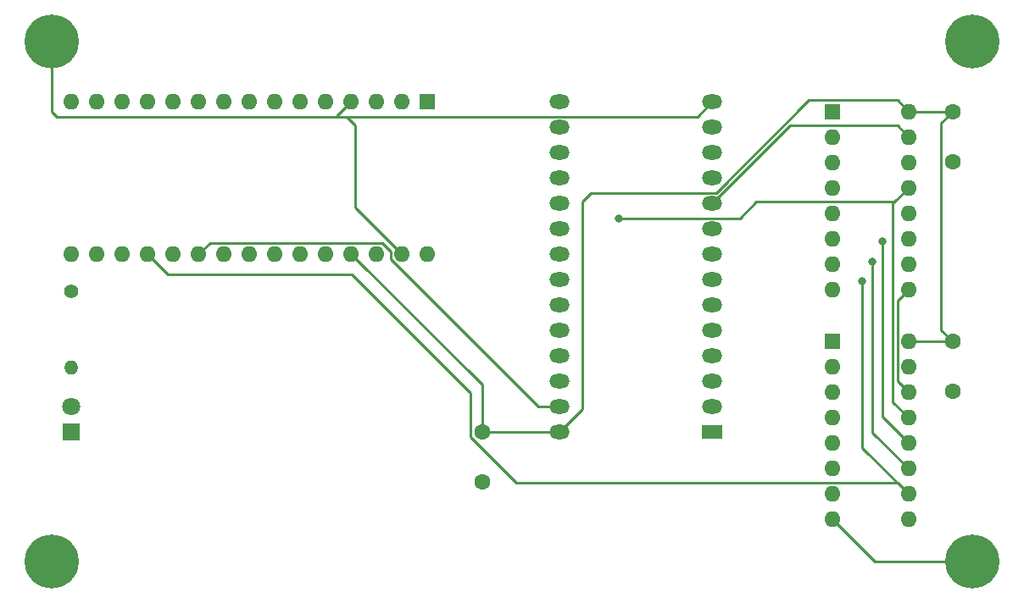
<source format=gbr>
%TF.GenerationSoftware,KiCad,Pcbnew,5.1.10*%
%TF.CreationDate,2021-08-06T14:58:04+02:00*%
%TF.ProjectId,EEPROM-Programmer,45455052-4f4d-42d5-9072-6f6772616d6d,rev?*%
%TF.SameCoordinates,Original*%
%TF.FileFunction,Copper,L1,Top*%
%TF.FilePolarity,Positive*%
%FSLAX46Y46*%
G04 Gerber Fmt 4.6, Leading zero omitted, Abs format (unit mm)*
G04 Created by KiCad (PCBNEW 5.1.10) date 2021-08-06 14:58:04*
%MOMM*%
%LPD*%
G01*
G04 APERTURE LIST*
%TA.AperFunction,ComponentPad*%
%ADD10R,1.600000X1.600000*%
%TD*%
%TA.AperFunction,ComponentPad*%
%ADD11O,1.600000X1.600000*%
%TD*%
%TA.AperFunction,ComponentPad*%
%ADD12O,1.400000X1.400000*%
%TD*%
%TA.AperFunction,ComponentPad*%
%ADD13C,1.400000*%
%TD*%
%TA.AperFunction,ComponentPad*%
%ADD14C,1.800000*%
%TD*%
%TA.AperFunction,ComponentPad*%
%ADD15R,1.800000X1.800000*%
%TD*%
%TA.AperFunction,ComponentPad*%
%ADD16O,2.000000X1.440000*%
%TD*%
%TA.AperFunction,ComponentPad*%
%ADD17R,2.000000X1.440000*%
%TD*%
%TA.AperFunction,ComponentPad*%
%ADD18C,5.400000*%
%TD*%
%TA.AperFunction,ComponentPad*%
%ADD19C,1.600000*%
%TD*%
%TA.AperFunction,ViaPad*%
%ADD20C,0.800000*%
%TD*%
%TA.AperFunction,Conductor*%
%ADD21C,0.250000*%
%TD*%
G04 APERTURE END LIST*
D10*
%TO.P,Arduino Nano,1*%
%TO.N,Net-(A1-Pad1)*%
X138045000Y-75920000D03*
D11*
%TO.P,Arduino Nano,17*%
%TO.N,Net-(A1-Pad17)*%
X105025000Y-91160000D03*
%TO.P,Arduino Nano,2*%
%TO.N,Net-(A1-Pad2)*%
X135505000Y-75920000D03*
%TO.P,Arduino Nano,18*%
%TO.N,Net-(A1-Pad18)*%
X107565000Y-91160000D03*
%TO.P,Arduino Nano,3*%
%TO.N,Net-(A1-Pad3)*%
X132965000Y-75920000D03*
%TO.P,Arduino Nano,19*%
%TO.N,Net-(A1-Pad19)*%
X110105000Y-91160000D03*
%TO.P,Arduino Nano,4*%
%TO.N,GND*%
X130425000Y-75920000D03*
%TO.P,Arduino Nano,20*%
%TO.N,Net-(A1-Pad20)*%
X112645000Y-91160000D03*
%TO.P,Arduino Nano,5*%
%TO.N,Net-(A1-Pad5)*%
X127885000Y-75920000D03*
%TO.P,Arduino Nano,21*%
%TO.N,Net-(A1-Pad21)*%
X115185000Y-91160000D03*
%TO.P,Arduino Nano,6*%
%TO.N,Net-(A1-Pad6)*%
X125345000Y-75920000D03*
%TO.P,Arduino Nano,22*%
%TO.N,Net-(A1-Pad22)*%
X117725000Y-91160000D03*
%TO.P,Arduino Nano,7*%
%TO.N,Net-(A1-Pad7)*%
X122805000Y-75920000D03*
%TO.P,Arduino Nano,23*%
%TO.N,Net-(A1-Pad23)*%
X120265000Y-91160000D03*
%TO.P,Arduino Nano,8*%
%TO.N,Net-(A1-Pad8)*%
X120265000Y-75920000D03*
%TO.P,Arduino Nano,24*%
%TO.N,Net-(A1-Pad24)*%
X122805000Y-91160000D03*
%TO.P,Arduino Nano,9*%
%TO.N,Net-(A1-Pad9)*%
X117725000Y-75920000D03*
%TO.P,Arduino Nano,25*%
%TO.N,Net-(A1-Pad25)*%
X125345000Y-91160000D03*
%TO.P,Arduino Nano,10*%
%TO.N,Net-(A1-Pad10)*%
X115185000Y-75920000D03*
%TO.P,Arduino Nano,26*%
%TO.N,Net-(A1-Pad26)*%
X127885000Y-91160000D03*
%TO.P,Arduino Nano,11*%
%TO.N,Net-(A1-Pad11)*%
X112645000Y-75920000D03*
%TO.P,Arduino Nano,27*%
%TO.N,Vcc*%
X130425000Y-91160000D03*
%TO.P,Arduino Nano,12*%
%TO.N,Net-(A1-Pad12)*%
X110105000Y-75920000D03*
%TO.P,Arduino Nano,28*%
%TO.N,Net-(A1-Pad28)*%
X132965000Y-91160000D03*
%TO.P,Arduino Nano,13*%
%TO.N,Net-(A1-Pad13)*%
X107565000Y-75920000D03*
%TO.P,Arduino Nano,29*%
%TO.N,GND*%
X135505000Y-91160000D03*
%TO.P,Arduino Nano,14*%
%TO.N,Net-(A1-Pad14)*%
X105025000Y-75920000D03*
%TO.P,Arduino Nano,30*%
%TO.N,Net-(A1-Pad30)*%
X138045000Y-91160000D03*
%TO.P,Arduino Nano,15*%
%TO.N,Net-(A1-Pad15)*%
X102485000Y-75920000D03*
%TO.P,Arduino Nano,16*%
%TO.N,Net-(A1-Pad16)*%
X102485000Y-91160000D03*
%TD*%
D12*
%TO.P,220,2*%
%TO.N,Net-(D1-Pad2)*%
X102485000Y-102540000D03*
D13*
%TO.P,220,1*%
%TO.N,Net-(A1-Pad16)*%
X102485000Y-94920000D03*
%TD*%
D14*
%TO.P,D1,2*%
%TO.N,Net-(D1-Pad2)*%
X102485000Y-106380000D03*
D15*
%TO.P,D1,1*%
%TO.N,GND*%
X102485000Y-108920000D03*
%TD*%
D16*
%TO.P,28C256,15*%
%TO.N,Net-(A1-Pad8)*%
X151245000Y-75920000D03*
%TO.P,28C256,14*%
%TO.N,GND*%
X166485000Y-75920000D03*
%TO.P,28C256,16*%
%TO.N,Net-(A1-Pad9)*%
X151245000Y-78460000D03*
%TO.P,28C256,13*%
%TO.N,Net-(A1-Pad7)*%
X166485000Y-78460000D03*
%TO.P,28C256,17*%
%TO.N,Net-(A1-Pad10)*%
X151245000Y-81000000D03*
%TO.P,28C256,12*%
%TO.N,Net-(A1-Pad6)*%
X166485000Y-81000000D03*
%TO.P,28C256,18*%
%TO.N,Net-(A1-Pad11)*%
X151245000Y-83540000D03*
%TO.P,28C256,11*%
%TO.N,Net-(A1-Pad5)*%
X166485000Y-83540000D03*
%TO.P,28C256,19*%
%TO.N,Net-(A1-Pad12)*%
X151245000Y-86080000D03*
%TO.P,28C256,10*%
%TO.N,Net-(U1-Pad15)*%
X166485000Y-86080000D03*
%TO.P,28C256,20*%
%TO.N,Net-(A1-Pad23)*%
X151245000Y-88620000D03*
%TO.P,28C256,9*%
%TO.N,Net-(U1-Pad1)*%
X166485000Y-88620000D03*
%TO.P,28C256,21*%
%TO.N,Net-(U2-Pad2)*%
X151245000Y-91160000D03*
%TO.P,28C256,8*%
%TO.N,Net-(U1-Pad2)*%
X166485000Y-91160000D03*
%TO.P,28C256,22*%
%TO.N,Net-(A1-Pad22)*%
X151245000Y-93700000D03*
%TO.P,28C256,7*%
%TO.N,Net-(U1-Pad3)*%
X166485000Y-93700000D03*
%TO.P,28C256,23*%
%TO.N,Net-(U2-Pad3)*%
X151245000Y-96240000D03*
%TO.P,28C256,6*%
%TO.N,Net-(U1-Pad4)*%
X166485000Y-96240000D03*
%TO.P,28C256,24*%
%TO.N,Net-(U2-Pad1)*%
X151245000Y-98780000D03*
%TO.P,28C256,5*%
%TO.N,Net-(U1-Pad5)*%
X166485000Y-98780000D03*
%TO.P,28C256,25*%
%TO.N,Net-(U2-Pad15)*%
X151245000Y-101320000D03*
%TO.P,28C256,4*%
%TO.N,Net-(U1-Pad6)*%
X166485000Y-101320000D03*
%TO.P,28C256,26*%
%TO.N,Net-(U2-Pad5)*%
X151245000Y-103860000D03*
%TO.P,28C256,3*%
%TO.N,Net-(U1-Pad7)*%
X166485000Y-103860000D03*
%TO.P,28C256,27*%
%TO.N,Net-(A1-Pad21)*%
X151245000Y-106400000D03*
%TO.P,28C256,2*%
%TO.N,Net-(U2-Pad4)*%
X166485000Y-106400000D03*
%TO.P,28C256,28*%
%TO.N,Vcc*%
X151245000Y-108940000D03*
D17*
%TO.P,28C256,1*%
%TO.N,Net-(U2-Pad6)*%
X166485000Y-108940000D03*
%TD*%
D18*
%TO.P,H4,1*%
%TO.N,GND*%
X100485000Y-121920000D03*
%TD*%
%TO.P,H1,1*%
%TO.N,GND*%
X100485000Y-69920000D03*
%TD*%
D19*
%TO.P,C3,1*%
%TO.N,GND*%
X143485000Y-113920000D03*
%TO.P,C3,2*%
%TO.N,Vcc*%
X143485000Y-108920000D03*
%TD*%
%TO.P,C1,1*%
%TO.N,GND*%
X190485000Y-81920000D03*
%TO.P,C1,2*%
%TO.N,Vcc*%
X190485000Y-76920000D03*
%TD*%
D18*
%TO.P,H2,1*%
%TO.N,GND*%
X192485000Y-69920000D03*
%TD*%
%TO.P,H3,1*%
%TO.N,GND*%
X192485000Y-121920000D03*
%TD*%
D19*
%TO.P,C2,1*%
%TO.N,GND*%
X190485000Y-104920000D03*
%TO.P,C2,2*%
%TO.N,Vcc*%
X190485000Y-99920000D03*
%TD*%
D10*
%TO.P,74HC595,1*%
%TO.N,Net-(U1-Pad1)*%
X178485000Y-76920000D03*
D11*
%TO.P,74HC595,9*%
%TO.N,Net-(U1-Pad9)*%
X186105000Y-94700000D03*
%TO.P,74HC595,2*%
%TO.N,Net-(U1-Pad2)*%
X178485000Y-79460000D03*
%TO.P,74HC595,10*%
%TO.N,Net-(A1-Pad19)*%
X186105000Y-92160000D03*
%TO.P,74HC595,3*%
%TO.N,Net-(U1-Pad3)*%
X178485000Y-82000000D03*
%TO.P,74HC595,11*%
%TO.N,Net-(A1-Pad15)*%
X186105000Y-89620000D03*
%TO.P,74HC595,4*%
%TO.N,Net-(U1-Pad4)*%
X178485000Y-84540000D03*
%TO.P,74HC595,12*%
%TO.N,Net-(A1-Pad14)*%
X186105000Y-87080000D03*
%TO.P,74HC595,5*%
%TO.N,Net-(U1-Pad5)*%
X178485000Y-87080000D03*
%TO.P,74HC595,13*%
%TO.N,Net-(A1-Pad20)*%
X186105000Y-84540000D03*
%TO.P,74HC595,6*%
%TO.N,Net-(U1-Pad6)*%
X178485000Y-89620000D03*
%TO.P,74HC595,14*%
%TO.N,Net-(A1-Pad13)*%
X186105000Y-82000000D03*
%TO.P,74HC595,7*%
%TO.N,Net-(U1-Pad7)*%
X178485000Y-92160000D03*
%TO.P,74HC595,15*%
%TO.N,Net-(U1-Pad15)*%
X186105000Y-79460000D03*
%TO.P,74HC595,8*%
%TO.N,GND*%
X178485000Y-94700000D03*
%TO.P,74HC595,16*%
%TO.N,Vcc*%
X186105000Y-76920000D03*
%TD*%
D10*
%TO.P,74HC595,1*%
%TO.N,Net-(U2-Pad1)*%
X178485000Y-99920000D03*
D11*
%TO.P,74HC595,9*%
%TO.N,Net-(U2-Pad9)*%
X186105000Y-117700000D03*
%TO.P,74HC595,2*%
%TO.N,Net-(U2-Pad2)*%
X178485000Y-102460000D03*
%TO.P,74HC595,10*%
%TO.N,Net-(A1-Pad19)*%
X186105000Y-115160000D03*
%TO.P,74HC595,3*%
%TO.N,Net-(U2-Pad3)*%
X178485000Y-105000000D03*
%TO.P,74HC595,11*%
%TO.N,Net-(A1-Pad15)*%
X186105000Y-112620000D03*
%TO.P,74HC595,4*%
%TO.N,Net-(U2-Pad4)*%
X178485000Y-107540000D03*
%TO.P,74HC595,12*%
%TO.N,Net-(A1-Pad14)*%
X186105000Y-110080000D03*
%TO.P,74HC595,5*%
%TO.N,Net-(U2-Pad5)*%
X178485000Y-110080000D03*
%TO.P,74HC595,13*%
%TO.N,Net-(A1-Pad20)*%
X186105000Y-107540000D03*
%TO.P,74HC595,6*%
%TO.N,Net-(U2-Pad6)*%
X178485000Y-112620000D03*
%TO.P,74HC595,14*%
%TO.N,Net-(U1-Pad9)*%
X186105000Y-105000000D03*
%TO.P,74HC595,7*%
%TO.N,Net-(U2-Pad7)*%
X178485000Y-115160000D03*
%TO.P,74HC595,15*%
%TO.N,Net-(U2-Pad15)*%
X186105000Y-102460000D03*
%TO.P,74HC595,8*%
%TO.N,GND*%
X178485000Y-117700000D03*
%TO.P,74HC595,16*%
%TO.N,Vcc*%
X186105000Y-99920000D03*
%TD*%
D20*
%TO.N,Net-(A1-Pad15)*%
X182485000Y-91920000D03*
%TO.N,Net-(A1-Pad14)*%
X183485000Y-89920000D03*
%TO.N,Net-(A1-Pad20)*%
X157139990Y-87574990D03*
%TO.N,Net-(A1-Pad19)*%
X181485000Y-93920000D03*
%TD*%
D21*
%TO.N,Net-(A1-Pad15)*%
X186105000Y-112620000D02*
X182485000Y-109000000D01*
X182485000Y-109000000D02*
X182485000Y-94920000D01*
X182485000Y-94920000D02*
X182485000Y-92920000D01*
X182485000Y-92920000D02*
X182485000Y-91920000D01*
X182485000Y-91920000D02*
X182485000Y-91920000D01*
%TO.N,Net-(A1-Pad14)*%
X186105000Y-110080000D02*
X183485000Y-107460000D01*
X183485000Y-107460000D02*
X183485000Y-94920000D01*
X183485000Y-94920000D02*
X183485000Y-94920000D01*
X183485000Y-94920000D02*
X183485000Y-89920000D01*
X183485000Y-89920000D02*
X183485000Y-89920000D01*
%TO.N,GND*%
X191299998Y-69920000D02*
X192485000Y-69920000D01*
X166485000Y-75920000D02*
X166610001Y-75794999D01*
X182705000Y-121920000D02*
X192485000Y-121920000D01*
X178485000Y-117700000D02*
X182705000Y-121920000D01*
X135505000Y-91160000D02*
X130865000Y-86520000D01*
X130865000Y-76360000D02*
X130425000Y-75920000D01*
X100485000Y-76920000D02*
X100979990Y-77414990D01*
X100485000Y-69920000D02*
X100485000Y-76920000D01*
X164990010Y-77414990D02*
X166485000Y-75920000D01*
X128979990Y-77365010D02*
X128979990Y-77414990D01*
X130425000Y-75920000D02*
X128979990Y-77365010D01*
X100979990Y-77414990D02*
X128979990Y-77414990D01*
X130865000Y-78289980D02*
X129990010Y-77414990D01*
X130865000Y-86520000D02*
X130865000Y-78289980D01*
X129990010Y-77414990D02*
X164990010Y-77414990D01*
X128979990Y-77414990D02*
X129990010Y-77414990D01*
%TO.N,Net-(A1-Pad21)*%
X115185000Y-91160000D02*
X116310001Y-90034999D01*
X134379999Y-91700001D02*
X149079998Y-106400000D01*
X134379999Y-90909997D02*
X134379999Y-91700001D01*
X133505001Y-90034999D02*
X134379999Y-90909997D01*
X116310001Y-90034999D02*
X133505001Y-90034999D01*
X149079998Y-106400000D02*
X151245000Y-106400000D01*
%TO.N,Net-(A1-Pad20)*%
X186105000Y-107540000D02*
X184529989Y-105964989D01*
X169287877Y-87574990D02*
X170907867Y-85955000D01*
X157139990Y-87574990D02*
X169287877Y-87574990D01*
X184690000Y-85955000D02*
X170907867Y-85955000D01*
X186105000Y-84540000D02*
X184690000Y-85955000D01*
X184529989Y-86115011D02*
X184690000Y-85955000D01*
X184529989Y-105964989D02*
X184529989Y-86115011D01*
%TO.N,Net-(A1-Pad19)*%
X185608590Y-92160000D02*
X186105000Y-92160000D01*
X186105000Y-115160000D02*
X181485000Y-110540000D01*
X181485000Y-110540000D02*
X181485000Y-94920000D01*
X181485000Y-94920000D02*
X181485000Y-94920000D01*
X181485000Y-94920000D02*
X181485000Y-93920000D01*
X181485000Y-93920000D02*
X181485000Y-93920000D01*
X184979999Y-114034999D02*
X186105000Y-115160000D01*
X142359999Y-105045001D02*
X142359999Y-109460001D01*
X146934997Y-114034999D02*
X184979999Y-114034999D01*
X112115002Y-93170002D02*
X130485000Y-93170002D01*
X142359999Y-109460001D02*
X146934997Y-114034999D01*
X130485000Y-93170002D02*
X142359999Y-105045001D01*
X110105000Y-91160000D02*
X112115002Y-93170002D01*
%TO.N,Net-(U1-Pad15)*%
X174230001Y-78334999D02*
X166485000Y-86080000D01*
X184979999Y-78334999D02*
X174230001Y-78334999D01*
X186105000Y-79460000D02*
X184979999Y-78334999D01*
%TO.N,Net-(U1-Pad9)*%
X184979999Y-95825001D02*
X186105000Y-94700000D01*
X184979999Y-103874999D02*
X184979999Y-95825001D01*
X186105000Y-105000000D02*
X184979999Y-103874999D01*
%TO.N,Vcc*%
X190485000Y-76920000D02*
X186105000Y-76920000D01*
X190485000Y-99920000D02*
X186105000Y-99920000D01*
X189359999Y-98794999D02*
X190485000Y-99920000D01*
X189359999Y-78045001D02*
X189359999Y-98794999D01*
X190485000Y-76920000D02*
X189359999Y-78045001D01*
X151225000Y-108920000D02*
X151245000Y-108940000D01*
X143485000Y-108920000D02*
X151225000Y-108920000D01*
X166893600Y-85034990D02*
X154370010Y-85034990D01*
X176133591Y-75794999D02*
X166893600Y-85034990D01*
X184979999Y-75794999D02*
X176133591Y-75794999D01*
X186105000Y-76920000D02*
X184979999Y-75794999D01*
X154370010Y-85034990D02*
X153485000Y-85920000D01*
X153485000Y-106700000D02*
X151245000Y-108940000D01*
X153485000Y-85920000D02*
X153485000Y-106700000D01*
X143485000Y-104220000D02*
X143485000Y-108920000D01*
X130425000Y-91160000D02*
X143485000Y-104220000D01*
%TD*%
M02*

</source>
